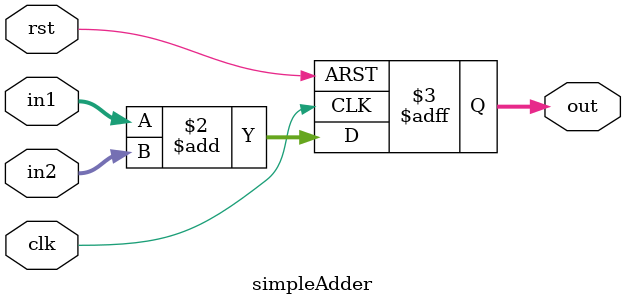
<source format=v>
/* =====================================================================
-- Copyright 2025
-- IMMS GmbH
-- All rights reserved
--
-- ---------------------------------------------------------------------
-- Title: Simple Adder
-- ---------------------------------------------------------------------
-- Associated Filename: simpleAdder.v
-- Description:
--   This module implements a simple 8-bit adder.
--   It takes two 8-bit inputs (in1 and in2) and adds them together,
--   producing a 9-bit output (out). The addition is performed on every
--   positive clock edge. If the reset signal (rst) is high, the output
--   is set to zero.
-- =====================================================================
*/

module simpleAdder #(parameter WIDTH = 8) (
    input wire clk,             //  The clock signal for the module.
    input wire rst,             //  The reset signal for the module.The reset signal for the module. When high, the output will be set to zero.
    input wire [WIDTH-1:0] in1, //  The first 8-bit operand for the addition.
    input wire [WIDTH-1:0] in2, //  The second 8-bit operand for the addition.
    output reg [WIDTH:0] out    //  The result of the addition, a 9-bit value.
);

// This always block performs the addition on every positive clock edge or reset signal.
always @(posedge clk or posedge rst) begin
    if (rst) begin
        out = 0;            //  If the reset signal is high, set the output to zero.
    end else begin
        out = in1 + in2;    //  Perform the addition of in1 and in2 on every positive clock edge.
    end
end

endmodule

</source>
